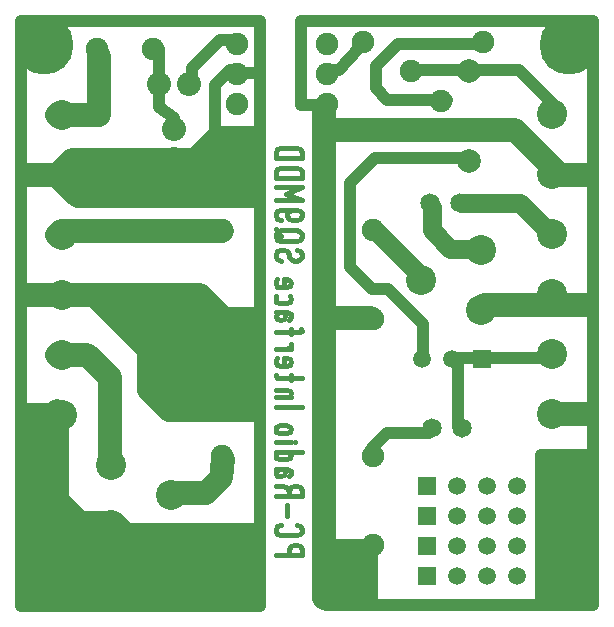
<source format=gbr>
%FSLAX34Y34*%
%MOMM*%
%LNSILK_TOP*%
G71*
G01*
%ADD10C, 2.54*%
%ADD11C, 1.91*%
%ADD12C, 2.04*%
%ADD13C, 1.00*%
%ADD14C, 2.00*%
%ADD15C, 0.40*%
%ADD16C, 2.54*%
%ADD17C, 1.90*%
%ADD18C, 1.90*%
%ADD19C, 5.00*%
%ADD20C, 2.00*%
%ADD21C, 1.52*%
%ADD22C, 1.64*%
%ADD23C, 1.60*%
%LPD*%
X43477Y-87192D02*
G54D10*
D03*
X43477Y-137992D02*
G54D10*
D03*
X43477Y-188792D02*
G54D10*
D03*
X43477Y-239592D02*
G54D10*
D03*
X458546Y-137804D02*
G54D10*
D03*
X458546Y-87004D02*
G54D10*
D03*
X43477Y-290392D02*
G54D10*
D03*
X43477Y-341192D02*
G54D10*
D03*
X458546Y-239404D02*
G54D10*
D03*
X458546Y-188604D02*
G54D10*
D03*
X458546Y-341004D02*
G54D10*
D03*
X458546Y-290204D02*
G54D10*
D03*
X268249Y-27150D02*
G54D11*
D03*
X268249Y-52550D02*
G54D11*
D03*
X192049Y-27150D02*
G54D11*
D03*
X192049Y-52550D02*
G54D11*
D03*
X192049Y-77950D02*
G54D11*
D03*
X268249Y-77950D02*
G54D11*
D03*
X150717Y-61542D02*
G54D12*
D03*
X125317Y-61542D02*
G54D12*
D03*
X138196Y-99804D02*
G54D12*
D03*
X138196Y-125204D02*
G54D12*
D03*
G54D13*
X125312Y-31650D02*
X125313Y-64988D01*
G54D13*
X153888Y-64988D02*
X153888Y-47525D01*
X177700Y-23712D01*
X191988Y-23712D01*
G54D13*
X138012Y-99912D02*
X138012Y-90388D01*
X125312Y-80862D01*
X125313Y-61812D01*
G54D13*
X268188Y-49112D02*
X277713Y-49112D01*
X295175Y-30856D01*
G54D13*
X392012Y-27681D02*
X327719Y-27681D01*
X309462Y-45938D01*
X309462Y-64988D01*
X318987Y-74512D01*
X369788Y-74512D01*
X338875Y-50046D02*
G54D11*
D03*
X338875Y-100846D02*
G54D11*
D03*
X364275Y-75446D02*
G54D11*
D03*
G54D13*
X344388Y-49112D02*
X430112Y-49112D01*
X465831Y-84831D01*
G54D14*
X344387Y-99912D02*
X426938Y-99912D01*
X465038Y-138012D01*
G54D15*
X224514Y-460253D02*
X246737Y-460253D01*
X246737Y-454697D01*
X245348Y-452475D01*
X242570Y-451364D01*
X239792Y-451364D01*
X237014Y-452475D01*
X235626Y-454697D01*
X235626Y-460253D01*
G54D15*
X228681Y-434697D02*
X225903Y-435808D01*
X224514Y-438030D01*
X224514Y-440252D01*
X225903Y-442475D01*
X228681Y-443586D01*
X242570Y-443586D01*
X245348Y-442475D01*
X246737Y-440252D01*
X246737Y-438030D01*
X245348Y-435808D01*
X242570Y-434697D01*
G54D15*
X234237Y-426919D02*
X234237Y-418030D01*
G54D15*
X235626Y-405807D02*
X232848Y-402474D01*
X230070Y-401363D01*
X224514Y-401363D01*
G54D15*
X224514Y-410252D02*
X246737Y-410252D01*
X246737Y-404696D01*
X245348Y-402474D01*
X242570Y-401363D01*
X239792Y-401363D01*
X237014Y-402474D01*
X235626Y-404696D01*
X235626Y-410252D01*
G54D15*
X235626Y-393585D02*
X237014Y-391363D01*
X237014Y-388696D01*
X234237Y-386918D01*
X224514Y-386918D01*
G54D15*
X228681Y-386918D02*
X231459Y-388029D01*
X232014Y-390252D01*
X231459Y-392474D01*
X228681Y-393585D01*
X225903Y-393140D01*
X224514Y-391363D01*
X224514Y-390252D01*
X224514Y-389807D01*
X225903Y-388029D01*
X228681Y-386918D01*
G54D15*
X224514Y-372473D02*
X246737Y-372473D01*
G54D15*
X233403Y-372473D02*
X236181Y-373584D01*
X237014Y-375806D01*
X236181Y-378029D01*
X233403Y-379140D01*
X227848Y-379140D01*
X225070Y-378029D01*
X224514Y-375806D01*
X225070Y-373584D01*
X227848Y-372473D01*
G54D15*
X224514Y-364695D02*
X237014Y-364695D01*
G54D15*
X241181Y-364695D02*
X241181Y-364695D01*
G54D15*
X227848Y-350250D02*
X233403Y-350250D01*
X236181Y-351361D01*
X237014Y-353584D01*
X236181Y-355806D01*
X233403Y-356917D01*
X227848Y-356917D01*
X225070Y-355806D01*
X224514Y-353584D01*
X225070Y-351361D01*
X227848Y-350250D01*
G54D15*
X224514Y-334472D02*
X246737Y-334472D01*
G54D15*
X224514Y-326694D02*
X237014Y-326694D01*
G54D15*
X234237Y-326694D02*
X236181Y-325583D01*
X237014Y-323360D01*
X236181Y-321138D01*
X234237Y-320027D01*
X224514Y-320027D01*
G54D15*
X246737Y-310027D02*
X225903Y-310027D01*
X224514Y-308916D01*
X225070Y-307804D01*
G54D15*
X237014Y-312249D02*
X237014Y-307804D01*
G54D15*
X225903Y-293360D02*
X224514Y-295138D01*
X224514Y-297360D01*
X225903Y-299582D01*
X228681Y-300027D01*
X233403Y-300027D01*
X236181Y-298916D01*
X237014Y-296694D01*
X236181Y-294471D01*
X234237Y-293360D01*
X231459Y-293360D01*
X231459Y-300027D01*
G54D15*
X224514Y-285582D02*
X237014Y-285582D01*
G54D15*
X234237Y-285582D02*
X237014Y-283360D01*
X237014Y-281137D01*
G54D15*
X224514Y-271138D02*
X245348Y-271138D01*
X246737Y-270026D01*
X245903Y-268915D01*
G54D15*
X237014Y-273360D02*
X237014Y-268915D01*
G54D15*
X235626Y-261138D02*
X237014Y-258916D01*
X237014Y-256249D01*
X234237Y-254471D01*
X224514Y-254471D01*
G54D15*
X228681Y-254471D02*
X231459Y-255582D01*
X232014Y-257804D01*
X231459Y-260027D01*
X228681Y-261138D01*
X225903Y-260693D01*
X224514Y-258916D01*
X224514Y-257804D01*
X224514Y-257360D01*
X225903Y-255582D01*
X228681Y-254471D01*
G54D15*
X236181Y-241137D02*
X237014Y-243360D01*
X236181Y-245582D01*
X233403Y-246693D01*
X227848Y-246693D01*
X225070Y-245582D01*
X224514Y-243360D01*
X225070Y-241137D01*
G54D15*
X225903Y-226692D02*
X224514Y-228470D01*
X224514Y-230692D01*
X225903Y-232914D01*
X228681Y-233359D01*
X233403Y-233359D01*
X236181Y-232248D01*
X237014Y-230026D01*
X236181Y-227803D01*
X234237Y-226692D01*
X231459Y-226692D01*
X231459Y-233359D01*
G54D15*
X228681Y-210914D02*
X225903Y-209803D01*
X224514Y-207580D01*
X224514Y-205358D01*
X225903Y-203136D01*
X228681Y-202025D01*
X231459Y-202025D01*
X234237Y-203136D01*
X235626Y-205358D01*
X235626Y-207580D01*
X237014Y-209803D01*
X239792Y-210914D01*
X242570Y-210914D01*
X245348Y-209803D01*
X246737Y-207580D01*
X246737Y-205358D01*
X245348Y-203136D01*
X242570Y-202025D01*
G54D15*
X228681Y-189802D02*
X224514Y-184247D01*
G54D15*
X242570Y-185358D02*
X228681Y-185358D01*
X225903Y-186469D01*
X224514Y-188691D01*
X224514Y-190914D01*
X225903Y-193136D01*
X228681Y-194247D01*
X242570Y-194247D01*
X245348Y-193136D01*
X246737Y-190914D01*
X246737Y-188691D01*
X245348Y-186469D01*
X242570Y-185358D01*
G54D15*
X228681Y-176469D02*
X225903Y-175358D01*
X224514Y-173136D01*
X224514Y-170913D01*
X225903Y-168691D01*
X228681Y-167580D01*
X235626Y-167580D01*
X237014Y-167580D01*
X234237Y-170913D01*
X234237Y-173136D01*
X235626Y-175358D01*
X238403Y-176469D01*
X242570Y-176469D01*
X245348Y-175358D01*
X246737Y-173136D01*
X246737Y-170913D01*
X245348Y-168691D01*
X242570Y-167580D01*
X235626Y-167580D01*
G54D15*
X224514Y-159802D02*
X246737Y-159802D01*
X232848Y-154246D01*
X246737Y-148691D01*
X224514Y-148691D01*
G54D15*
X224514Y-140913D02*
X246737Y-140913D01*
X246737Y-135357D01*
X245348Y-133135D01*
X242570Y-132024D01*
X228681Y-132024D01*
X225903Y-133135D01*
X224514Y-135357D01*
X224514Y-140913D01*
G54D15*
X224514Y-124246D02*
X246737Y-124246D01*
X246737Y-118690D01*
X245348Y-116468D01*
X242570Y-115357D01*
X228681Y-115357D01*
X225903Y-116468D01*
X224514Y-118690D01*
X224514Y-124246D01*
G54D13*
X191988Y-49112D02*
X185638Y-49112D01*
X172938Y-61812D01*
X172938Y-115788D01*
X163413Y-125312D01*
X138012Y-125312D01*
X398015Y-252771D02*
G54D16*
D03*
X398015Y-201971D02*
G54D16*
D03*
X347215Y-227371D02*
G54D16*
D03*
G54D14*
X138012Y-125312D02*
X52288Y-125312D01*
X39588Y-138012D01*
G54D14*
X74512Y-37206D02*
X74512Y-87212D01*
X39587Y-87212D01*
X84869Y-384050D02*
G54D16*
D03*
X84869Y-434850D02*
G54D16*
D03*
X135669Y-409450D02*
G54D16*
D03*
X178698Y-259990D02*
G54D17*
D03*
X178698Y-184990D02*
G54D17*
D03*
X306491Y-259990D02*
G54D17*
D03*
X306491Y-184990D02*
G54D17*
D03*
X178698Y-451284D02*
G54D17*
D03*
X178698Y-376284D02*
G54D17*
D03*
X306491Y-451284D02*
G54D17*
D03*
X306491Y-376284D02*
G54D17*
D03*
G54D14*
X179288Y-185638D02*
X42762Y-185638D01*
X39587Y-188812D01*
G54D14*
X39587Y-239612D02*
X160238Y-239612D01*
X179288Y-258662D01*
G54D14*
X39587Y-338038D02*
X39588Y-414238D01*
X58637Y-433287D01*
X87212Y-433288D01*
X96738Y-442812D01*
X176113Y-442812D01*
G54D14*
X39587Y-290412D02*
X64987Y-290412D01*
X84037Y-309462D01*
X84037Y-382488D01*
G54D14*
X134044Y-407888D02*
X165794Y-407888D01*
X178494Y-395188D01*
X179491Y-378665D01*
X399937Y-26081D02*
G54D18*
D03*
X298337Y-26081D02*
G54D18*
D03*
X28471Y-28516D02*
G54D19*
D03*
X120675Y-31787D02*
G54D18*
D03*
X73050Y-31787D02*
G54D18*
D03*
X472971Y-28516D02*
G54D19*
D03*
X472971Y-482541D02*
G54D19*
D03*
X28471Y-482541D02*
G54D19*
D03*
G54D14*
X346869Y-100012D02*
X265112Y-100012D01*
X265112Y-81756D01*
X265112Y-496888D01*
G54D14*
X465931Y-340519D02*
X486569Y-340519D01*
G54D14*
X400844Y-248444D02*
X486569Y-248444D01*
G54D14*
X463550Y-138112D02*
X487362Y-138112D01*
G54D13*
X8412Y-8119D02*
X8412Y-503419D01*
X210819Y-503419D01*
X210819Y-8119D01*
X8412Y-8119D01*
G54D13*
X267175Y-502612D02*
X493394Y-502612D01*
X493394Y-8106D01*
X271144Y-8106D01*
G54D13*
X270500Y-8094D02*
X246062Y-7938D01*
X246062Y-79375D01*
X266700Y-79375D01*
G54D13*
X192088Y-52388D02*
X210344Y-52388D01*
G54D14*
X39688Y-239712D02*
X13494Y-239712D01*
G54D14*
X39688Y-138112D02*
X13494Y-138112D01*
G54D14*
X180181Y-260350D02*
X205581Y-260350D01*
G54D14*
X39688Y-341312D02*
X13494Y-341312D01*
G54D14*
X180975Y-445294D02*
X205581Y-445294D01*
G54D14*
X165894Y-442912D02*
X205581Y-442912D01*
X205581Y-492125D01*
X204788Y-492919D01*
X56356Y-492919D01*
X53181Y-496094D01*
X53181Y-480219D01*
X57944Y-475456D01*
X188912Y-475456D01*
X191294Y-477838D01*
X191294Y-461169D01*
X192088Y-460375D01*
X53975Y-460375D01*
X52388Y-461962D01*
X72231Y-461962D01*
X84931Y-449262D01*
X55562Y-449262D01*
X29369Y-423069D01*
X29369Y-361950D01*
X21431Y-354012D01*
X21431Y-450850D01*
X15081Y-457200D01*
X40481Y-457200D01*
X42069Y-458788D01*
X42069Y-450850D01*
X36512Y-445294D01*
G54D14*
X49212Y-239712D02*
X70644Y-239712D01*
X117475Y-286544D01*
X117475Y-320675D01*
X134144Y-337344D01*
X204788Y-337344D01*
X204788Y-276225D01*
X201612Y-273050D01*
X172244Y-273050D01*
X153194Y-254000D01*
X97631Y-254000D01*
X96838Y-253206D01*
X100806Y-253206D01*
X130175Y-282575D01*
X130175Y-319881D01*
X184150Y-319881D01*
X189706Y-325438D01*
X189706Y-288131D01*
X190500Y-287338D01*
X165100Y-287338D01*
X143669Y-265906D01*
X129381Y-265906D01*
X137319Y-265906D01*
X176212Y-304800D01*
X139700Y-304800D01*
X139700Y-288131D01*
X140494Y-287338D01*
X144462Y-287338D01*
X151606Y-294481D01*
G54D14*
X131762Y-125412D02*
X156369Y-125412D01*
X174625Y-107156D01*
X205581Y-107156D01*
X205581Y-156369D01*
X57150Y-156369D01*
X39688Y-138906D01*
X163512Y-138906D01*
X170656Y-146050D01*
X191294Y-146050D01*
X191294Y-127000D01*
X194469Y-123825D01*
X181769Y-123825D01*
X177800Y-119856D01*
X177800Y-127000D01*
X173831Y-130969D01*
X388144Y-50006D02*
G54D20*
D03*
X388144Y-126206D02*
G54D20*
D03*
G54D14*
X304800Y-259556D02*
X277019Y-259556D01*
G54D13*
X388144Y-123825D02*
X308769Y-123825D01*
X287338Y-145256D01*
X287338Y-215900D01*
X306388Y-234950D01*
X319881Y-234950D01*
X349250Y-264319D01*
X349250Y-291306D01*
G36*
X406856Y-302082D02*
X391656Y-302082D01*
X391656Y-286882D01*
X406856Y-286882D01*
X406856Y-302082D01*
G37*
X373856Y-294482D02*
G54D21*
D03*
X348456Y-294482D02*
G54D21*
D03*
X355509Y-161926D02*
G54D22*
D03*
X380409Y-161926D02*
G54D22*
D03*
G54D23*
X309562Y-185738D02*
X350838Y-227012D01*
G54D23*
X356394Y-165100D02*
X356394Y-184944D01*
X372269Y-200819D01*
X402431Y-200819D01*
G54D23*
X381794Y-161925D02*
X431006Y-161925D01*
X457994Y-188912D01*
X357097Y-352426D02*
G54D22*
D03*
X381997Y-352426D02*
G54D22*
D03*
G54D13*
X378619Y-351631D02*
X378619Y-293688D01*
X454025Y-293688D01*
G54D13*
X306388Y-376238D02*
X306388Y-369888D01*
X319088Y-357188D01*
X354012Y-357188D01*
G36*
X344825Y-394038D02*
X360025Y-394038D01*
X360025Y-409238D01*
X344825Y-409238D01*
X344825Y-394038D01*
G37*
X377825Y-401638D02*
G54D21*
D03*
X403225Y-401638D02*
G54D21*
D03*
X428625Y-401638D02*
G54D21*
D03*
G36*
X344825Y-419438D02*
X360025Y-419438D01*
X360025Y-434638D01*
X344825Y-434638D01*
X344825Y-419438D01*
G37*
X377825Y-427038D02*
G54D21*
D03*
X403225Y-427038D02*
G54D21*
D03*
X428625Y-427038D02*
G54D21*
D03*
G36*
X344825Y-444838D02*
X360025Y-444838D01*
X360025Y-460038D01*
X344825Y-460038D01*
X344825Y-444838D01*
G37*
X377825Y-452438D02*
G54D21*
D03*
X403225Y-452438D02*
G54D21*
D03*
X428625Y-452438D02*
G54D21*
D03*
G36*
X344825Y-470238D02*
X360025Y-470238D01*
X360025Y-485438D01*
X344825Y-485438D01*
X344825Y-470238D01*
G37*
X377825Y-477838D02*
G54D21*
D03*
X403225Y-477838D02*
G54D21*
D03*
X428625Y-477838D02*
G54D21*
D03*
G36*
X490126Y-375281D02*
X490126Y-500693D01*
X448851Y-500693D01*
X448851Y-375281D01*
X490126Y-375281D01*
G37*
G54D13*
X490126Y-375281D02*
X490126Y-500693D01*
X448851Y-500693D01*
X448851Y-375281D01*
X490126Y-375281D01*
G36*
X306388Y-451644D02*
X271462Y-451644D01*
X271462Y-496888D01*
X306388Y-496888D01*
X306388Y-451644D01*
G37*
G54D13*
X306388Y-451644D02*
X271462Y-451644D01*
X271462Y-496888D01*
X306388Y-496888D01*
X306388Y-451644D01*
M02*

</source>
